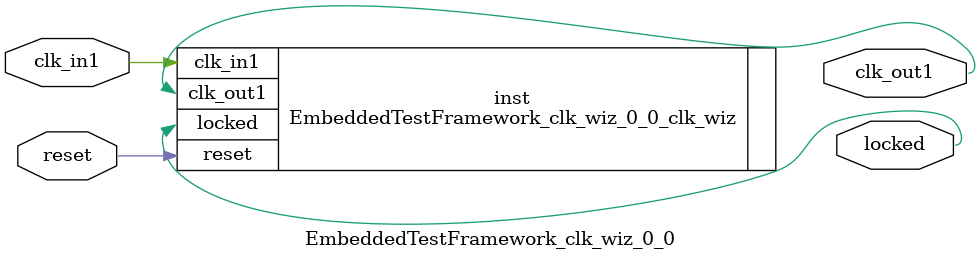
<source format=v>


`timescale 1ps/1ps

(* CORE_GENERATION_INFO = "EmbeddedTestFramework_clk_wiz_0_0,clk_wiz_v6_0_1_0_0,{component_name=EmbeddedTestFramework_clk_wiz_0_0,use_phase_alignment=true,use_min_o_jitter=false,use_max_i_jitter=false,use_dyn_phase_shift=false,use_inclk_switchover=false,use_dyn_reconfig=false,enable_axi=0,feedback_source=FDBK_AUTO,PRIMITIVE=MMCM,num_out_clk=1,clkin1_period=8.000,clkin2_period=10.000,use_power_down=false,use_reset=true,use_locked=true,use_inclk_stopped=false,feedback_type=SINGLE,CLOCK_MGR_TYPE=NA,manual_override=false}" *)

module EmbeddedTestFramework_clk_wiz_0_0 
 (
  // Clock out ports
  output        clk_out1,
  // Status and control signals
  input         reset,
  output        locked,
 // Clock in ports
  input         clk_in1
 );

  EmbeddedTestFramework_clk_wiz_0_0_clk_wiz inst
  (
  // Clock out ports  
  .clk_out1(clk_out1),
  // Status and control signals               
  .reset(reset), 
  .locked(locked),
 // Clock in ports
  .clk_in1(clk_in1)
  );

endmodule

</source>
